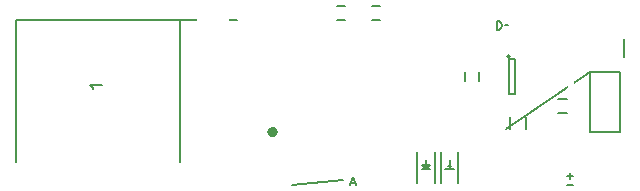
<source format=gto>
G04 #@! TF.FileFunction,Legend,Top*
%FSLAX46Y46*%
G04 Gerber Fmt 4.6, Leading zero omitted, Abs format (unit mm)*
G04 Created by KiCad (PCBNEW (2016-07-14 BZR 6980)-product) date Sunday, 23 April 2017 'PMt' 23:49:01*
%MOMM*%
%LPD*%
G01*
G04 APERTURE LIST*
%ADD10C,0.150000*%
%ADD11C,0.200000*%
%ADD12C,0.500000*%
%ADD13C,0.175000*%
%ADD14C,0.120000*%
%ADD15R,0.800000X0.750000*%
%ADD16R,0.750000X0.800000*%
%ADD17R,1.198880X1.198880*%
%ADD18R,1.727200X2.032000*%
%ADD19O,1.727200X2.032000*%
%ADD20R,0.500000X0.900000*%
%ADD21R,0.450000X1.750000*%
%ADD22R,1.060000X0.650000*%
%ADD23R,2.032000X1.727200*%
%ADD24O,2.032000X1.727200*%
%ADD25R,0.900000X0.500000*%
%ADD26C,1.300000*%
%ADD27C,2.800000*%
%ADD28C,1.200000*%
G04 APERTURE END LIST*
D10*
D11*
X181000000Y-96250000D02*
X181000000Y-96750000D01*
X180750000Y-96500000D02*
X181250000Y-96500000D01*
X180750000Y-97250000D02*
X181250000Y-97250000D01*
D12*
X156000000Y-92800000D02*
G75*
G03X156000000Y-92800000I-200000J0D01*
G01*
D13*
X174800000Y-84116666D02*
X174800000Y-83416666D01*
X174966666Y-83416666D01*
X175066666Y-83450000D01*
X175133333Y-83516666D01*
X175166666Y-83583333D01*
X175200000Y-83716666D01*
X175200000Y-83816666D01*
X175166666Y-83950000D01*
X175133333Y-84016666D01*
X175066666Y-84083333D01*
X174966666Y-84116666D01*
X174800000Y-84116666D01*
X175500000Y-83750000D02*
X175733333Y-83750000D01*
X157483333Y-97316666D02*
X161783333Y-96816666D01*
X162450000Y-97116666D02*
X162783333Y-97116666D01*
X162383333Y-97316666D02*
X162616666Y-96616666D01*
X162850000Y-97316666D01*
D10*
X164950000Y-83300000D02*
X164250000Y-83300000D01*
X164250000Y-82100000D02*
X164950000Y-82100000D01*
X161950000Y-83300000D02*
X161250000Y-83300000D01*
X161250000Y-82100000D02*
X161950000Y-82100000D01*
X173300000Y-87750000D02*
X173300000Y-88450000D01*
X172100000Y-88450000D02*
X172100000Y-87750000D01*
X180700000Y-91200000D02*
X180000000Y-91200000D01*
X180000000Y-90000000D02*
X180700000Y-90000000D01*
X169550000Y-97149020D02*
X169550000Y-94449020D01*
X168050000Y-97149020D02*
X168050000Y-94449020D01*
X168950000Y-95649020D02*
X168700000Y-95649020D01*
X168700000Y-95649020D02*
X168850000Y-95799020D01*
X168450000Y-95899020D02*
X169150000Y-95899020D01*
X168800000Y-95549020D02*
X168800000Y-95199020D01*
X168800000Y-95899020D02*
X168450000Y-95549020D01*
X168450000Y-95549020D02*
X169150000Y-95549020D01*
X169150000Y-95549020D02*
X168800000Y-95899020D01*
X171550000Y-97149020D02*
X171550000Y-94449020D01*
X170050000Y-97149020D02*
X170050000Y-94449020D01*
X170950000Y-95649020D02*
X170700000Y-95649020D01*
X170700000Y-95649020D02*
X170850000Y-95799020D01*
X170450000Y-95899020D02*
X171150000Y-95899020D01*
X170800000Y-95549020D02*
X170800000Y-95199020D01*
X175900000Y-86400000D02*
G75*
G03X175900000Y-86400000I-100000J0D01*
G01*
X176350000Y-86650000D02*
X175850000Y-86650000D01*
X176350000Y-89550000D02*
X176350000Y-86650000D01*
X175850000Y-89550000D02*
X176350000Y-89550000D01*
X175850000Y-86650000D02*
X175850000Y-89550000D01*
X182730000Y-87730000D02*
X182730000Y-92810000D01*
X182730000Y-92810000D02*
X185270000Y-92810000D01*
X185270000Y-92810000D02*
X185270000Y-87730000D01*
X185550000Y-84910000D02*
X185550000Y-86460000D01*
X185270000Y-87730000D02*
X182730000Y-87730000D01*
X175580000Y-92550000D01*
X175920000Y-92550000D02*
X175920000Y-91550000D01*
X177280000Y-91550000D02*
X177280000Y-92550000D01*
D10*
X148000000Y-95350000D02*
X148000000Y-83350000D01*
X134100000Y-83350000D02*
X152800000Y-83350000D01*
X134100000Y-95350000D02*
X134100000Y-83350000D01*
X152900000Y-95350000D02*
X141352380Y-88850000D02*
X140352380Y-88850000D01*
X140495238Y-88945238D01*
X140590476Y-89040476D01*
X140638095Y-89135714D01*
%LPC*%
D15*
X165350000Y-82700000D03*
X163850000Y-82700000D03*
X162350000Y-82700000D03*
X160850000Y-82700000D03*
D16*
X172700000Y-87350000D03*
X172700000Y-88850000D03*
D15*
X181100000Y-90600000D03*
X179600000Y-90600000D03*
D17*
X168800000Y-94500000D03*
X168800000Y-96598040D03*
X170800000Y-94500000D03*
X170800000Y-96598040D03*
X172800000Y-94500000D03*
X172800000Y-96598040D03*
D18*
X175640000Y-81600000D03*
D19*
X173100000Y-81600000D03*
X170560000Y-81600000D03*
D20*
X181100000Y-89000000D03*
X179600000Y-89000000D03*
X179600000Y-87300000D03*
X181100000Y-87300000D03*
D21*
X156775000Y-92600000D03*
X157425000Y-92600000D03*
X158075000Y-92600000D03*
X158725000Y-92600000D03*
X159375000Y-92600000D03*
X160025000Y-92600000D03*
X160675000Y-92600000D03*
X161325000Y-92600000D03*
X161975000Y-92600000D03*
X162625000Y-92600000D03*
X163275000Y-92600000D03*
X163925000Y-92600000D03*
X164575000Y-92600000D03*
X165225000Y-92600000D03*
X165225000Y-85400000D03*
X164575000Y-85400000D03*
X163925000Y-85400000D03*
X163275000Y-85400000D03*
X162625000Y-85400000D03*
X161975000Y-85400000D03*
X161325000Y-85400000D03*
X160675000Y-85400000D03*
X160025000Y-85400000D03*
X159375000Y-85400000D03*
X158725000Y-85400000D03*
X158075000Y-85400000D03*
X157425000Y-85400000D03*
X156775000Y-85400000D03*
D22*
X175000000Y-87150000D03*
X175000000Y-88100000D03*
X175000000Y-89050000D03*
X177200000Y-89050000D03*
X177200000Y-87150000D03*
D23*
X184000000Y-86460000D03*
D24*
X184000000Y-89000000D03*
X184000000Y-91540000D03*
D17*
X174900000Y-94501960D03*
X174900000Y-96600000D03*
D15*
X159000000Y-94600000D03*
X160500000Y-94600000D03*
X162350000Y-81100000D03*
X160850000Y-81100000D03*
D25*
X171150000Y-88600000D03*
X171150000Y-90100000D03*
X169550000Y-88600000D03*
X169550000Y-90100000D03*
X168800000Y-91300000D03*
X168800000Y-92800000D03*
X170800000Y-91300000D03*
X170800000Y-92800000D03*
X172800000Y-91300000D03*
X172800000Y-92800000D03*
X174900000Y-91300000D03*
X174900000Y-92800000D03*
X176600000Y-91300000D03*
X176600000Y-92800000D03*
D26*
X152900000Y-88350000D03*
X152900000Y-90350000D03*
X152900000Y-92850000D03*
X152900000Y-85850000D03*
D27*
X150800000Y-83500000D03*
X150800000Y-95200000D03*
D28*
X150800000Y-87100000D03*
X150800000Y-91600000D03*
M02*

</source>
